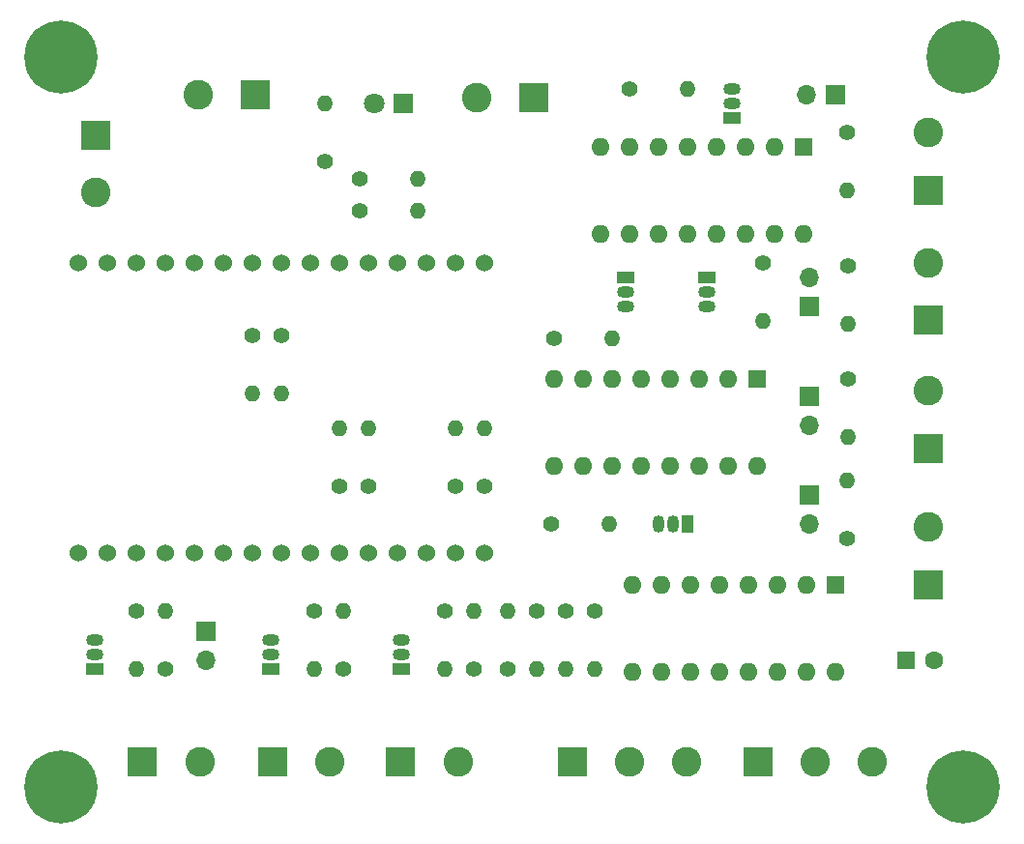
<source format=gbr>
%TF.GenerationSoftware,KiCad,Pcbnew,(5.99.0-11674-g69322a18e7)*%
%TF.CreationDate,2021-09-13T17:19:58+01:00*%
%TF.ProjectId,ScubarLightController,53637562-6172-44c6-9967-6874436f6e74,rev?*%
%TF.SameCoordinates,Original*%
%TF.FileFunction,Soldermask,Bot*%
%TF.FilePolarity,Negative*%
%FSLAX46Y46*%
G04 Gerber Fmt 4.6, Leading zero omitted, Abs format (unit mm)*
G04 Created by KiCad (PCBNEW (5.99.0-11674-g69322a18e7)) date 2021-09-13 17:19:58*
%MOMM*%
%LPD*%
G01*
G04 APERTURE LIST*
%ADD10C,1.400000*%
%ADD11O,1.400000X1.400000*%
%ADD12R,1.500000X1.050000*%
%ADD13O,1.500000X1.050000*%
%ADD14R,1.700000X1.700000*%
%ADD15O,1.700000X1.700000*%
%ADD16C,6.400000*%
%ADD17C,0.800000*%
%ADD18R,2.600000X2.600000*%
%ADD19C,2.600000*%
%ADD20O,1.600000X1.600000*%
%ADD21R,1.600000X1.600000*%
%ADD22C,1.524000*%
%ADD23R,1.050000X1.500000*%
%ADD24O,1.050000X1.500000*%
%ADD25C,1.600000*%
%ADD26R,1.800000X1.800000*%
%ADD27C,1.800000*%
G04 APERTURE END LIST*
D10*
%TO.C,R23*%
X57522500Y-76200000D03*
D11*
X57522500Y-71120000D03*
%TD*%
D12*
%TO.C,Q3*%
X77859500Y-41910000D03*
D13*
X77859500Y-43180000D03*
X77859500Y-44450000D03*
%TD*%
D10*
%TO.C,R1*%
X30480000Y-76200000D03*
D11*
X30480000Y-71120000D03*
%TD*%
D14*
%TO.C,J14*%
X34036000Y-72898000D03*
D15*
X34036000Y-75438000D03*
%TD*%
D10*
%TO.C,R27*%
X68072000Y-71120000D03*
D11*
X68072000Y-76200000D03*
%TD*%
D16*
%TO.C,H3*%
X100336000Y-86606000D03*
D17*
X98638944Y-84908944D03*
X102033056Y-84908944D03*
X97936000Y-86606000D03*
X102033056Y-88303056D03*
X98638944Y-88303056D03*
X102736000Y-86606000D03*
X100336000Y-84206000D03*
X100336000Y-89006000D03*
%TD*%
%TO.C,H1*%
X19638944Y-88303056D03*
X21336000Y-84206000D03*
X19638944Y-84908944D03*
X23033056Y-88303056D03*
X23033056Y-84908944D03*
X18936000Y-86606000D03*
X21336000Y-89006000D03*
X23736000Y-86606000D03*
D16*
X21336000Y-86606000D03*
%TD*%
D18*
%TO.C,J12*%
X38354000Y-25908000D03*
D19*
X33354000Y-25908000D03*
%TD*%
D18*
%TO.C,J4*%
X97282000Y-56896000D03*
D19*
X97282000Y-51896000D03*
%TD*%
D20*
%TO.C,*%
X71374000Y-68834000D03*
%TD*%
D12*
%TO.C,Q6*%
X70747500Y-41910000D03*
D13*
X70747500Y-43180000D03*
X70747500Y-44450000D03*
%TD*%
D18*
%TO.C,J15*%
X51094000Y-84379000D03*
D19*
X56094000Y-84379000D03*
%TD*%
D10*
%TO.C,R25*%
X62992000Y-71120000D03*
D11*
X62992000Y-76200000D03*
%TD*%
D10*
%TO.C,R10*%
X90260000Y-40894000D03*
D11*
X90260000Y-45974000D03*
%TD*%
D10*
%TO.C,R5*%
X82804000Y-40640000D03*
D11*
X82804000Y-45720000D03*
%TD*%
D21*
%TO.C,U3*%
X86345000Y-30520000D03*
D20*
X83805000Y-30520000D03*
X81265000Y-30520000D03*
X78725000Y-30520000D03*
X76185000Y-30520000D03*
X73645000Y-30520000D03*
X71105000Y-30520000D03*
X68565000Y-30520000D03*
X68565000Y-38140000D03*
X71105000Y-38140000D03*
X73645000Y-38140000D03*
X76185000Y-38140000D03*
X78725000Y-38140000D03*
X81265000Y-38140000D03*
X83805000Y-38140000D03*
X86345000Y-38140000D03*
%TD*%
D21*
%TO.C,U5*%
X89154000Y-68834000D03*
D20*
X86614000Y-68834000D03*
X84074000Y-68834000D03*
X81534000Y-68834000D03*
X78994000Y-68834000D03*
X76454000Y-68834000D03*
X73914000Y-68834000D03*
X73914000Y-76454000D03*
X76454000Y-76454000D03*
X78994000Y-76454000D03*
X81534000Y-76454000D03*
X84074000Y-76454000D03*
X86614000Y-76454000D03*
X89154000Y-76454000D03*
%TD*%
D10*
%TO.C,R22*%
X54982500Y-71120000D03*
D11*
X54982500Y-76200000D03*
%TD*%
D10*
%TO.C,R13*%
X71120000Y-25440000D03*
D11*
X76200000Y-25440000D03*
%TD*%
D22*
%TO.C,U4*%
X58420000Y-40640000D03*
X55880000Y-40640000D03*
X53340000Y-40640000D03*
X50800000Y-40640000D03*
X48260000Y-40640000D03*
X45720000Y-40640000D03*
X43180000Y-40640000D03*
X40640000Y-40640000D03*
X38100000Y-40640000D03*
X35560000Y-40640000D03*
X33020000Y-40640000D03*
X30480000Y-40640000D03*
X27940000Y-40640000D03*
X25400000Y-40640000D03*
X22860000Y-40640000D03*
X58420000Y-66040000D03*
X55880000Y-66040000D03*
X53340000Y-66040000D03*
X50800000Y-66040000D03*
X48260000Y-66040000D03*
X45720000Y-66040000D03*
X43180000Y-66040000D03*
X40640000Y-66040000D03*
X38100000Y-66040000D03*
X35560000Y-66040000D03*
X33020000Y-66040000D03*
X30480000Y-66040000D03*
X27940000Y-66040000D03*
X25400000Y-66040000D03*
X22860000Y-66040000D03*
%TD*%
D14*
%TO.C,J17*%
X86868000Y-52324000D03*
D15*
X86868000Y-54864000D03*
%TD*%
D21*
%TO.C,U2*%
X82296000Y-50800000D03*
D20*
X79756000Y-50800000D03*
X77216000Y-50800000D03*
X74676000Y-50800000D03*
X72136000Y-50800000D03*
X69596000Y-50800000D03*
X67056000Y-50800000D03*
X64516000Y-50800000D03*
X64516000Y-58420000D03*
X67056000Y-58420000D03*
X69596000Y-58420000D03*
X72136000Y-58420000D03*
X74676000Y-58420000D03*
X77216000Y-58420000D03*
X79756000Y-58420000D03*
X82296000Y-58420000D03*
%TD*%
D14*
%TO.C,J9*%
X89154000Y-25908000D03*
D15*
X86614000Y-25908000D03*
%TD*%
D10*
%TO.C,R26*%
X65532000Y-71120000D03*
D11*
X65532000Y-76200000D03*
%TD*%
D23*
%TO.C,Q4*%
X76200000Y-63500000D03*
D24*
X74930000Y-63500000D03*
X73660000Y-63500000D03*
%TD*%
D12*
%TO.C,Q1*%
X39742500Y-76200000D03*
D13*
X39742500Y-74930000D03*
X39742500Y-73660000D03*
%TD*%
D10*
%TO.C,R20*%
X43552500Y-71120000D03*
D11*
X43552500Y-76200000D03*
%TD*%
D10*
%TO.C,R19*%
X27940000Y-71120000D03*
D11*
X27940000Y-76200000D03*
%TD*%
D10*
%TO.C,R2*%
X44450000Y-31750000D03*
D11*
X44450000Y-26670000D03*
%TD*%
D10*
%TO.C,R14*%
X64516000Y-47244000D03*
D11*
X69596000Y-47244000D03*
%TD*%
D18*
%TO.C,J8*%
X24384000Y-29504000D03*
D19*
X24384000Y-34504000D03*
%TD*%
D12*
%TO.C,Q5*%
X80100000Y-27940000D03*
D13*
X80100000Y-26670000D03*
X80100000Y-25400000D03*
%TD*%
D10*
%TO.C,R21*%
X46092500Y-76200000D03*
D11*
X46092500Y-71120000D03*
%TD*%
D12*
%TO.C,Q2*%
X24265500Y-76200000D03*
D13*
X24265500Y-74930000D03*
X24265500Y-73660000D03*
%TD*%
D20*
%TO.C,*%
X71374000Y-76454000D03*
%TD*%
D14*
%TO.C,J10*%
X86868000Y-44450000D03*
D15*
X86868000Y-41910000D03*
%TD*%
D12*
%TO.C,Q7*%
X51172500Y-76200000D03*
D13*
X51172500Y-74930000D03*
X51172500Y-73660000D03*
%TD*%
D10*
%TO.C,R12*%
X38100000Y-46990000D03*
D11*
X38100000Y-52070000D03*
%TD*%
D18*
%TO.C,J6*%
X28488000Y-84379000D03*
D19*
X33488000Y-84379000D03*
%TD*%
D18*
%TO.C,J13*%
X82376000Y-84379000D03*
D19*
X87376000Y-84379000D03*
X92376000Y-84379000D03*
%TD*%
D21*
%TO.C,C3*%
X95314900Y-75438000D03*
D25*
X97814900Y-75438000D03*
%TD*%
D14*
%TO.C,J18*%
X86868000Y-60960000D03*
D15*
X86868000Y-63500000D03*
%TD*%
D10*
%TO.C,R6*%
X64262000Y-63500000D03*
D11*
X69342000Y-63500000D03*
%TD*%
D26*
%TO.C,D1*%
X51313000Y-26670000D03*
D27*
X48773000Y-26670000D03*
%TD*%
D10*
%TO.C,R9*%
X90170000Y-29210000D03*
D11*
X90170000Y-34290000D03*
%TD*%
D18*
%TO.C,J11*%
X66120000Y-84379000D03*
D19*
X71120000Y-84379000D03*
X76120000Y-84379000D03*
%TD*%
D10*
%TO.C,R3*%
X58420000Y-60198000D03*
D11*
X58420000Y-55118000D03*
%TD*%
D18*
%TO.C,J2*%
X97282000Y-34290000D03*
D19*
X97282000Y-29290000D03*
%TD*%
D10*
%TO.C,R18*%
X90170000Y-64770000D03*
D11*
X90170000Y-59690000D03*
%TD*%
D18*
%TO.C,J1*%
X62738000Y-26162000D03*
D19*
X57738000Y-26162000D03*
%TD*%
D10*
%TO.C,R24*%
X60452000Y-76200000D03*
D11*
X60452000Y-71120000D03*
%TD*%
D18*
%TO.C,J7*%
X39878000Y-84328000D03*
D19*
X44878000Y-84328000D03*
%TD*%
D10*
%TO.C,R4*%
X48260000Y-60198000D03*
D11*
X48260000Y-55118000D03*
%TD*%
D10*
%TO.C,R17*%
X90260000Y-50800000D03*
D11*
X90260000Y-55880000D03*
%TD*%
D10*
%TO.C,R15*%
X47498000Y-36068000D03*
D11*
X52578000Y-36068000D03*
%TD*%
D10*
%TO.C,R11*%
X47498000Y-33274000D03*
D11*
X52578000Y-33274000D03*
%TD*%
D18*
%TO.C,J5*%
X97282000Y-68834000D03*
D19*
X97282000Y-63834000D03*
%TD*%
D17*
%TO.C,H2*%
X100336000Y-20206000D03*
X100336000Y-25006000D03*
X102033056Y-20908944D03*
X97936000Y-22606000D03*
X102033056Y-24303056D03*
X98638944Y-24303056D03*
X102736000Y-22606000D03*
D16*
X100336000Y-22606000D03*
D17*
X98638944Y-20908944D03*
%TD*%
D10*
%TO.C,R16*%
X40640000Y-46990000D03*
D11*
X40640000Y-52070000D03*
%TD*%
D10*
%TO.C,R8*%
X45720000Y-60198000D03*
D11*
X45720000Y-55118000D03*
%TD*%
D17*
%TO.C,H4*%
X18936000Y-22606000D03*
X23736000Y-22606000D03*
X19638944Y-20908944D03*
X23033056Y-20908944D03*
X23033056Y-24303056D03*
D16*
X21336000Y-22606000D03*
D17*
X19638944Y-24303056D03*
X21336000Y-25006000D03*
X21336000Y-20206000D03*
%TD*%
D10*
%TO.C,R7*%
X55880000Y-60198000D03*
D11*
X55880000Y-55118000D03*
%TD*%
D18*
%TO.C,J3*%
X97282000Y-45680000D03*
D19*
X97282000Y-40680000D03*
%TD*%
M02*

</source>
